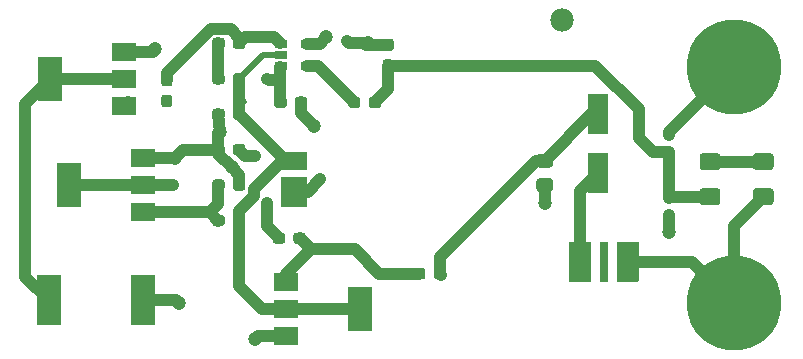
<source format=gbr>
G04 #@! TF.GenerationSoftware,KiCad,Pcbnew,5.1.6+dfsg1-1*
G04 #@! TF.CreationDate,2020-07-15T23:43:31+02:00*
G04 #@! TF.ProjectId,continuity,636f6e74-696e-4756-9974-792e6b696361,rev?*
G04 #@! TF.SameCoordinates,Original*
G04 #@! TF.FileFunction,Copper,L1,Top*
G04 #@! TF.FilePolarity,Positive*
%FSLAX46Y46*%
G04 Gerber Fmt 4.6, Leading zero omitted, Abs format (unit mm)*
G04 Created by KiCad (PCBNEW 5.1.6+dfsg1-1) date 2020-07-15 23:43:31*
%MOMM*%
%LPD*%
G01*
G04 APERTURE LIST*
G04 #@! TA.AperFunction,ComponentPad*
%ADD10C,0.900000*%
G04 #@! TD*
G04 #@! TA.AperFunction,ComponentPad*
%ADD11C,8.000000*%
G04 #@! TD*
G04 #@! TA.AperFunction,ComponentPad*
%ADD12C,1.980000*%
G04 #@! TD*
G04 #@! TA.AperFunction,SMDPad,CuDef*
%ADD13R,2.000000X4.200000*%
G04 #@! TD*
G04 #@! TA.AperFunction,SMDPad,CuDef*
%ADD14R,2.000000X1.500000*%
G04 #@! TD*
G04 #@! TA.AperFunction,SMDPad,CuDef*
%ADD15R,2.000000X3.800000*%
G04 #@! TD*
G04 #@! TA.AperFunction,SMDPad,CuDef*
%ADD16R,2.200000X1.550000*%
G04 #@! TD*
G04 #@! TA.AperFunction,SMDPad,CuDef*
%ADD17R,2.200000X2.500000*%
G04 #@! TD*
G04 #@! TA.AperFunction,SMDPad,CuDef*
%ADD18R,0.800000X3.400000*%
G04 #@! TD*
G04 #@! TA.AperFunction,SMDPad,CuDef*
%ADD19C,0.100000*%
G04 #@! TD*
G04 #@! TA.AperFunction,SMDPad,CuDef*
%ADD20R,1.850000X3.400000*%
G04 #@! TD*
G04 #@! TA.AperFunction,SMDPad,CuDef*
%ADD21R,1.060000X0.650000*%
G04 #@! TD*
G04 #@! TA.AperFunction,SMDPad,CuDef*
%ADD22R,0.700000X0.600000*%
G04 #@! TD*
G04 #@! TA.AperFunction,SMDPad,CuDef*
%ADD23R,1.800000X3.500000*%
G04 #@! TD*
G04 #@! TA.AperFunction,ViaPad*
%ADD24C,1.200000*%
G04 #@! TD*
G04 #@! TA.AperFunction,ViaPad*
%ADD25C,0.800000*%
G04 #@! TD*
G04 #@! TA.AperFunction,Conductor*
%ADD26C,1.000000*%
G04 #@! TD*
G04 #@! TA.AperFunction,Conductor*
%ADD27C,0.500000*%
G04 #@! TD*
G04 APERTURE END LIST*
D10*
X155621320Y-70378680D03*
X153500000Y-69500000D03*
X151378680Y-70378680D03*
X150500000Y-72500000D03*
X151378680Y-74621320D03*
X153500000Y-75500000D03*
X155621320Y-74621320D03*
X156500000Y-72500000D03*
D11*
X153500000Y-72500000D03*
D10*
X155621320Y-90378680D03*
X153500000Y-89500000D03*
X151378680Y-90378680D03*
X150500000Y-92500000D03*
X151378680Y-94621320D03*
X153500000Y-95500000D03*
X155621320Y-94621320D03*
X156500000Y-92500000D03*
D11*
X153500000Y-92500000D03*
D12*
X138935000Y-68560000D03*
D13*
X95500000Y-92250000D03*
X103500000Y-92250000D03*
D14*
X101900000Y-75800000D03*
X101900000Y-71200000D03*
X101900000Y-73500000D03*
D15*
X95600000Y-73500000D03*
D16*
X116250000Y-80475000D03*
D17*
X116250000Y-83050000D03*
D18*
X142500000Y-89000000D03*
G04 #@! TA.AperFunction,SMDPad,CuDef*
D19*
G36*
X145450000Y-90530000D02*
G01*
X145280000Y-90700000D01*
X143600000Y-90700000D01*
X143600000Y-87300000D01*
X145450000Y-87300000D01*
X145450000Y-90530000D01*
G37*
G04 #@! TD.AperFunction*
D20*
X140475000Y-89000000D03*
G04 #@! TA.AperFunction,SMDPad,CuDef*
G36*
G01*
X137950001Y-81025000D02*
X137049999Y-81025000D01*
G75*
G02*
X136800000Y-80775001I0J249999D01*
G01*
X136800000Y-80124999D01*
G75*
G02*
X137049999Y-79875000I249999J0D01*
G01*
X137950001Y-79875000D01*
G75*
G02*
X138200000Y-80124999I0J-249999D01*
G01*
X138200000Y-80775001D01*
G75*
G02*
X137950001Y-81025000I-249999J0D01*
G01*
G37*
G04 #@! TD.AperFunction*
G04 #@! TA.AperFunction,SMDPad,CuDef*
G36*
G01*
X137950001Y-83075000D02*
X137049999Y-83075000D01*
G75*
G02*
X136800000Y-82825001I0J249999D01*
G01*
X136800000Y-82174999D01*
G75*
G02*
X137049999Y-81925000I249999J0D01*
G01*
X137950001Y-81925000D01*
G75*
G02*
X138200000Y-82174999I0J-249999D01*
G01*
X138200000Y-82825001D01*
G75*
G02*
X137950001Y-83075000I-249999J0D01*
G01*
G37*
G04 #@! TD.AperFunction*
G04 #@! TA.AperFunction,SMDPad,CuDef*
G36*
G01*
X152125000Y-81225000D02*
X150875000Y-81225000D01*
G75*
G02*
X150625000Y-80975000I0J250000D01*
G01*
X150625000Y-80050000D01*
G75*
G02*
X150875000Y-79800000I250000J0D01*
G01*
X152125000Y-79800000D01*
G75*
G02*
X152375000Y-80050000I0J-250000D01*
G01*
X152375000Y-80975000D01*
G75*
G02*
X152125000Y-81225000I-250000J0D01*
G01*
G37*
G04 #@! TD.AperFunction*
G04 #@! TA.AperFunction,SMDPad,CuDef*
G36*
G01*
X152125000Y-84200000D02*
X150875000Y-84200000D01*
G75*
G02*
X150625000Y-83950000I0J250000D01*
G01*
X150625000Y-83025000D01*
G75*
G02*
X150875000Y-82775000I250000J0D01*
G01*
X152125000Y-82775000D01*
G75*
G02*
X152375000Y-83025000I0J-250000D01*
G01*
X152375000Y-83950000D01*
G75*
G02*
X152125000Y-84200000I-250000J0D01*
G01*
G37*
G04 #@! TD.AperFunction*
G04 #@! TA.AperFunction,SMDPad,CuDef*
G36*
G01*
X155375000Y-82775000D02*
X156625000Y-82775000D01*
G75*
G02*
X156875000Y-83025000I0J-250000D01*
G01*
X156875000Y-83950000D01*
G75*
G02*
X156625000Y-84200000I-250000J0D01*
G01*
X155375000Y-84200000D01*
G75*
G02*
X155125000Y-83950000I0J250000D01*
G01*
X155125000Y-83025000D01*
G75*
G02*
X155375000Y-82775000I250000J0D01*
G01*
G37*
G04 #@! TD.AperFunction*
G04 #@! TA.AperFunction,SMDPad,CuDef*
G36*
G01*
X155375000Y-79800000D02*
X156625000Y-79800000D01*
G75*
G02*
X156875000Y-80050000I0J-250000D01*
G01*
X156875000Y-80975000D01*
G75*
G02*
X156625000Y-81225000I-250000J0D01*
G01*
X155375000Y-81225000D01*
G75*
G02*
X155125000Y-80975000I0J250000D01*
G01*
X155125000Y-80050000D01*
G75*
G02*
X155375000Y-79800000I250000J0D01*
G01*
G37*
G04 #@! TD.AperFunction*
D21*
X117350000Y-70550000D03*
X117350000Y-72450000D03*
X115150000Y-72450000D03*
X115150000Y-71500000D03*
X115150000Y-70550000D03*
G04 #@! TA.AperFunction,SMDPad,CuDef*
G36*
G01*
X111100000Y-70737500D02*
X111100000Y-70262500D01*
G75*
G02*
X111337500Y-70025000I237500J0D01*
G01*
X111912500Y-70025000D01*
G75*
G02*
X112150000Y-70262500I0J-237500D01*
G01*
X112150000Y-70737500D01*
G75*
G02*
X111912500Y-70975000I-237500J0D01*
G01*
X111337500Y-70975000D01*
G75*
G02*
X111100000Y-70737500I0J237500D01*
G01*
G37*
G04 #@! TD.AperFunction*
G04 #@! TA.AperFunction,SMDPad,CuDef*
G36*
G01*
X109350000Y-70737500D02*
X109350000Y-70262500D01*
G75*
G02*
X109587500Y-70025000I237500J0D01*
G01*
X110162500Y-70025000D01*
G75*
G02*
X110400000Y-70262500I0J-237500D01*
G01*
X110400000Y-70737500D01*
G75*
G02*
X110162500Y-70975000I-237500J0D01*
G01*
X109587500Y-70975000D01*
G75*
G02*
X109350000Y-70737500I0J237500D01*
G01*
G37*
G04 #@! TD.AperFunction*
G04 #@! TA.AperFunction,SMDPad,CuDef*
G36*
G01*
X115650000Y-75262500D02*
X115650000Y-75737500D01*
G75*
G02*
X115412500Y-75975000I-237500J0D01*
G01*
X114837500Y-75975000D01*
G75*
G02*
X114600000Y-75737500I0J237500D01*
G01*
X114600000Y-75262500D01*
G75*
G02*
X114837500Y-75025000I237500J0D01*
G01*
X115412500Y-75025000D01*
G75*
G02*
X115650000Y-75262500I0J-237500D01*
G01*
G37*
G04 #@! TD.AperFunction*
G04 #@! TA.AperFunction,SMDPad,CuDef*
G36*
G01*
X117400000Y-75262500D02*
X117400000Y-75737500D01*
G75*
G02*
X117162500Y-75975000I-237500J0D01*
G01*
X116587500Y-75975000D01*
G75*
G02*
X116350000Y-75737500I0J237500D01*
G01*
X116350000Y-75262500D01*
G75*
G02*
X116587500Y-75025000I237500J0D01*
G01*
X117162500Y-75025000D01*
G75*
G02*
X117400000Y-75262500I0J-237500D01*
G01*
G37*
G04 #@! TD.AperFunction*
G04 #@! TA.AperFunction,SMDPad,CuDef*
G36*
G01*
X122600000Y-75737500D02*
X122600000Y-75262500D01*
G75*
G02*
X122837500Y-75025000I237500J0D01*
G01*
X123412500Y-75025000D01*
G75*
G02*
X123650000Y-75262500I0J-237500D01*
G01*
X123650000Y-75737500D01*
G75*
G02*
X123412500Y-75975000I-237500J0D01*
G01*
X122837500Y-75975000D01*
G75*
G02*
X122600000Y-75737500I0J237500D01*
G01*
G37*
G04 #@! TD.AperFunction*
G04 #@! TA.AperFunction,SMDPad,CuDef*
G36*
G01*
X120850000Y-75737500D02*
X120850000Y-75262500D01*
G75*
G02*
X121087500Y-75025000I237500J0D01*
G01*
X121662500Y-75025000D01*
G75*
G02*
X121900000Y-75262500I0J-237500D01*
G01*
X121900000Y-75737500D01*
G75*
G02*
X121662500Y-75975000I-237500J0D01*
G01*
X121087500Y-75975000D01*
G75*
G02*
X120850000Y-75737500I0J237500D01*
G01*
G37*
G04 #@! TD.AperFunction*
G04 #@! TA.AperFunction,SMDPad,CuDef*
G36*
G01*
X111100000Y-73737500D02*
X111100000Y-73262500D01*
G75*
G02*
X111337500Y-73025000I237500J0D01*
G01*
X111912500Y-73025000D01*
G75*
G02*
X112150000Y-73262500I0J-237500D01*
G01*
X112150000Y-73737500D01*
G75*
G02*
X111912500Y-73975000I-237500J0D01*
G01*
X111337500Y-73975000D01*
G75*
G02*
X111100000Y-73737500I0J237500D01*
G01*
G37*
G04 #@! TD.AperFunction*
G04 #@! TA.AperFunction,SMDPad,CuDef*
G36*
G01*
X109350000Y-73737500D02*
X109350000Y-73262500D01*
G75*
G02*
X109587500Y-73025000I237500J0D01*
G01*
X110162500Y-73025000D01*
G75*
G02*
X110400000Y-73262500I0J-237500D01*
G01*
X110400000Y-73737500D01*
G75*
G02*
X110162500Y-73975000I-237500J0D01*
G01*
X109587500Y-73975000D01*
G75*
G02*
X109350000Y-73737500I0J237500D01*
G01*
G37*
G04 #@! TD.AperFunction*
G04 #@! TA.AperFunction,SMDPad,CuDef*
G36*
G01*
X105262500Y-74850000D02*
X105737500Y-74850000D01*
G75*
G02*
X105975000Y-75087500I0J-237500D01*
G01*
X105975000Y-75662500D01*
G75*
G02*
X105737500Y-75900000I-237500J0D01*
G01*
X105262500Y-75900000D01*
G75*
G02*
X105025000Y-75662500I0J237500D01*
G01*
X105025000Y-75087500D01*
G75*
G02*
X105262500Y-74850000I237500J0D01*
G01*
G37*
G04 #@! TD.AperFunction*
G04 #@! TA.AperFunction,SMDPad,CuDef*
G36*
G01*
X105262500Y-73100000D02*
X105737500Y-73100000D01*
G75*
G02*
X105975000Y-73337500I0J-237500D01*
G01*
X105975000Y-73912500D01*
G75*
G02*
X105737500Y-74150000I-237500J0D01*
G01*
X105262500Y-74150000D01*
G75*
G02*
X105025000Y-73912500I0J237500D01*
G01*
X105025000Y-73337500D01*
G75*
G02*
X105262500Y-73100000I237500J0D01*
G01*
G37*
G04 #@! TD.AperFunction*
G04 #@! TA.AperFunction,SMDPad,CuDef*
G36*
G01*
X111100000Y-82737500D02*
X111100000Y-82262500D01*
G75*
G02*
X111337500Y-82025000I237500J0D01*
G01*
X111912500Y-82025000D01*
G75*
G02*
X112150000Y-82262500I0J-237500D01*
G01*
X112150000Y-82737500D01*
G75*
G02*
X111912500Y-82975000I-237500J0D01*
G01*
X111337500Y-82975000D01*
G75*
G02*
X111100000Y-82737500I0J237500D01*
G01*
G37*
G04 #@! TD.AperFunction*
G04 #@! TA.AperFunction,SMDPad,CuDef*
G36*
G01*
X109350000Y-82737500D02*
X109350000Y-82262500D01*
G75*
G02*
X109587500Y-82025000I237500J0D01*
G01*
X110162500Y-82025000D01*
G75*
G02*
X110400000Y-82262500I0J-237500D01*
G01*
X110400000Y-82737500D01*
G75*
G02*
X110162500Y-82975000I-237500J0D01*
G01*
X109587500Y-82975000D01*
G75*
G02*
X109350000Y-82737500I0J237500D01*
G01*
G37*
G04 #@! TD.AperFunction*
G04 #@! TA.AperFunction,SMDPad,CuDef*
G36*
G01*
X111100000Y-79737500D02*
X111100000Y-79262500D01*
G75*
G02*
X111337500Y-79025000I237500J0D01*
G01*
X111912500Y-79025000D01*
G75*
G02*
X112150000Y-79262500I0J-237500D01*
G01*
X112150000Y-79737500D01*
G75*
G02*
X111912500Y-79975000I-237500J0D01*
G01*
X111337500Y-79975000D01*
G75*
G02*
X111100000Y-79737500I0J237500D01*
G01*
G37*
G04 #@! TD.AperFunction*
G04 #@! TA.AperFunction,SMDPad,CuDef*
G36*
G01*
X109350000Y-79737500D02*
X109350000Y-79262500D01*
G75*
G02*
X109587500Y-79025000I237500J0D01*
G01*
X110162500Y-79025000D01*
G75*
G02*
X110400000Y-79262500I0J-237500D01*
G01*
X110400000Y-79737500D01*
G75*
G02*
X110162500Y-79975000I-237500J0D01*
G01*
X109587500Y-79975000D01*
G75*
G02*
X109350000Y-79737500I0J237500D01*
G01*
G37*
G04 #@! TD.AperFunction*
G04 #@! TA.AperFunction,SMDPad,CuDef*
G36*
G01*
X111100000Y-85737500D02*
X111100000Y-85262500D01*
G75*
G02*
X111337500Y-85025000I237500J0D01*
G01*
X111912500Y-85025000D01*
G75*
G02*
X112150000Y-85262500I0J-237500D01*
G01*
X112150000Y-85737500D01*
G75*
G02*
X111912500Y-85975000I-237500J0D01*
G01*
X111337500Y-85975000D01*
G75*
G02*
X111100000Y-85737500I0J237500D01*
G01*
G37*
G04 #@! TD.AperFunction*
G04 #@! TA.AperFunction,SMDPad,CuDef*
G36*
G01*
X109350000Y-85737500D02*
X109350000Y-85262500D01*
G75*
G02*
X109587500Y-85025000I237500J0D01*
G01*
X110162500Y-85025000D01*
G75*
G02*
X110400000Y-85262500I0J-237500D01*
G01*
X110400000Y-85737500D01*
G75*
G02*
X110162500Y-85975000I-237500J0D01*
G01*
X109587500Y-85975000D01*
G75*
G02*
X109350000Y-85737500I0J237500D01*
G01*
G37*
G04 #@! TD.AperFunction*
G04 #@! TA.AperFunction,SMDPad,CuDef*
G36*
G01*
X116225000Y-87237500D02*
X116225000Y-86762500D01*
G75*
G02*
X116462500Y-86525000I237500J0D01*
G01*
X117037500Y-86525000D01*
G75*
G02*
X117275000Y-86762500I0J-237500D01*
G01*
X117275000Y-87237500D01*
G75*
G02*
X117037500Y-87475000I-237500J0D01*
G01*
X116462500Y-87475000D01*
G75*
G02*
X116225000Y-87237500I0J237500D01*
G01*
G37*
G04 #@! TD.AperFunction*
G04 #@! TA.AperFunction,SMDPad,CuDef*
G36*
G01*
X114475000Y-87237500D02*
X114475000Y-86762500D01*
G75*
G02*
X114712500Y-86525000I237500J0D01*
G01*
X115287500Y-86525000D01*
G75*
G02*
X115525000Y-86762500I0J-237500D01*
G01*
X115525000Y-87237500D01*
G75*
G02*
X115287500Y-87475000I-237500J0D01*
G01*
X114712500Y-87475000D01*
G75*
G02*
X114475000Y-87237500I0J237500D01*
G01*
G37*
G04 #@! TD.AperFunction*
G04 #@! TA.AperFunction,SMDPad,CuDef*
G36*
G01*
X128100000Y-90237500D02*
X128100000Y-89762500D01*
G75*
G02*
X128337500Y-89525000I237500J0D01*
G01*
X128912500Y-89525000D01*
G75*
G02*
X129150000Y-89762500I0J-237500D01*
G01*
X129150000Y-90237500D01*
G75*
G02*
X128912500Y-90475000I-237500J0D01*
G01*
X128337500Y-90475000D01*
G75*
G02*
X128100000Y-90237500I0J237500D01*
G01*
G37*
G04 #@! TD.AperFunction*
G04 #@! TA.AperFunction,SMDPad,CuDef*
G36*
G01*
X126350000Y-90237500D02*
X126350000Y-89762500D01*
G75*
G02*
X126587500Y-89525000I237500J0D01*
G01*
X127162500Y-89525000D01*
G75*
G02*
X127400000Y-89762500I0J-237500D01*
G01*
X127400000Y-90237500D01*
G75*
G02*
X127162500Y-90475000I-237500J0D01*
G01*
X126587500Y-90475000D01*
G75*
G02*
X126350000Y-90237500I0J237500D01*
G01*
G37*
G04 #@! TD.AperFunction*
D14*
X103500000Y-84800000D03*
X103500000Y-80200000D03*
X103500000Y-82500000D03*
D15*
X97200000Y-82500000D03*
D14*
X115600000Y-90700000D03*
X115600000Y-95300000D03*
X115600000Y-93000000D03*
D15*
X121900000Y-93000000D03*
D22*
X148000000Y-79700000D03*
X148000000Y-78300000D03*
X148000000Y-85000000D03*
X148000000Y-83600000D03*
D23*
X142000000Y-76500000D03*
X142000000Y-81500000D03*
G04 #@! TA.AperFunction,SMDPad,CuDef*
G36*
G01*
X124487500Y-71150000D02*
X124012500Y-71150000D01*
G75*
G02*
X123775000Y-70912500I0J237500D01*
G01*
X123775000Y-70337500D01*
G75*
G02*
X124012500Y-70100000I237500J0D01*
G01*
X124487500Y-70100000D01*
G75*
G02*
X124725000Y-70337500I0J-237500D01*
G01*
X124725000Y-70912500D01*
G75*
G02*
X124487500Y-71150000I-237500J0D01*
G01*
G37*
G04 #@! TD.AperFunction*
G04 #@! TA.AperFunction,SMDPad,CuDef*
G36*
G01*
X124487500Y-72900000D02*
X124012500Y-72900000D01*
G75*
G02*
X123775000Y-72662500I0J237500D01*
G01*
X123775000Y-72087500D01*
G75*
G02*
X124012500Y-71850000I237500J0D01*
G01*
X124487500Y-71850000D01*
G75*
G02*
X124725000Y-72087500I0J-237500D01*
G01*
X124725000Y-72662500D01*
G75*
G02*
X124487500Y-72900000I-237500J0D01*
G01*
G37*
G04 #@! TD.AperFunction*
G04 #@! TA.AperFunction,SMDPad,CuDef*
G36*
G01*
X110400000Y-76262500D02*
X110400000Y-76737500D01*
G75*
G02*
X110162500Y-76975000I-237500J0D01*
G01*
X109587500Y-76975000D01*
G75*
G02*
X109350000Y-76737500I0J237500D01*
G01*
X109350000Y-76262500D01*
G75*
G02*
X109587500Y-76025000I237500J0D01*
G01*
X110162500Y-76025000D01*
G75*
G02*
X110400000Y-76262500I0J-237500D01*
G01*
G37*
G04 #@! TD.AperFunction*
G04 #@! TA.AperFunction,SMDPad,CuDef*
G36*
G01*
X112150000Y-76262500D02*
X112150000Y-76737500D01*
G75*
G02*
X111912500Y-76975000I-237500J0D01*
G01*
X111337500Y-76975000D01*
G75*
G02*
X111100000Y-76737500I0J237500D01*
G01*
X111100000Y-76262500D01*
G75*
G02*
X111337500Y-76025000I237500J0D01*
G01*
X111912500Y-76025000D01*
G75*
G02*
X112150000Y-76262500I0J-237500D01*
G01*
G37*
G04 #@! TD.AperFunction*
D24*
X111000000Y-81000000D03*
X110000000Y-78000000D03*
X104500000Y-71000000D03*
X122500000Y-70500000D03*
X119000000Y-70000000D03*
X106200000Y-80200004D03*
X118000000Y-77500000D03*
D25*
X118500000Y-82000000D03*
X113000000Y-80000000D03*
X114000000Y-84000000D03*
X106000000Y-82500000D03*
X114000000Y-73500000D03*
X109875000Y-71875000D03*
D24*
X106500000Y-92500000D03*
X113000000Y-95500000D03*
X148000000Y-86500000D03*
X137500000Y-84000000D03*
D26*
X111625000Y-81625000D02*
X111000000Y-81000000D01*
X111625000Y-82500000D02*
X111625000Y-81625000D01*
X109875000Y-79875000D02*
X111000000Y-81000000D01*
X109875000Y-79500000D02*
X109875000Y-79875000D01*
X109875000Y-78125000D02*
X110000000Y-78000000D01*
X110000000Y-78000000D02*
X109875000Y-76500000D01*
X109875000Y-79500000D02*
X109875000Y-78125000D01*
X104300000Y-71200000D02*
X104500000Y-71000000D01*
X101900000Y-71200000D02*
X104300000Y-71200000D01*
X122375000Y-70625000D02*
X122500000Y-70500000D01*
X124250000Y-70625000D02*
X122375000Y-70625000D01*
X120950000Y-70500000D02*
X120750000Y-70300000D01*
X122500000Y-70500000D02*
X120950000Y-70500000D01*
X118450000Y-70550000D02*
X119000000Y-70000000D01*
X117350000Y-70550000D02*
X118450000Y-70550000D01*
X103500000Y-80200000D02*
X106199996Y-80200000D01*
X106199996Y-80200000D02*
X106200000Y-80200004D01*
X109875000Y-79500000D02*
X106900004Y-79500000D01*
X106900004Y-79500000D02*
X106200000Y-80200004D01*
X116875000Y-76375000D02*
X118000000Y-77500000D01*
X116875000Y-75500000D02*
X116875000Y-76375000D01*
X148000000Y-78000000D02*
X153500000Y-72500000D01*
X148000000Y-78300000D02*
X148000000Y-78000000D01*
X124250000Y-74375000D02*
X123125000Y-75500000D01*
X124250000Y-72375000D02*
X124250000Y-74375000D01*
X148112500Y-83487500D02*
X148000000Y-83600000D01*
X151500000Y-83487500D02*
X148112500Y-83487500D01*
X148000000Y-83600000D02*
X148000000Y-79700000D01*
X146650000Y-79700000D02*
X145500000Y-78550000D01*
X148000000Y-79700000D02*
X146650000Y-79700000D01*
X141785002Y-72375000D02*
X124250000Y-72375000D01*
X145500000Y-76089998D02*
X141785002Y-72375000D01*
X145500000Y-78550000D02*
X145500000Y-76089998D01*
X117450000Y-83050000D02*
X118500000Y-82000000D01*
X116250000Y-83050000D02*
X117450000Y-83050000D01*
X112125000Y-80000000D02*
X111625000Y-79500000D01*
X113000000Y-80000000D02*
X112125000Y-80000000D01*
X128750000Y-90125000D02*
X128625000Y-90000000D01*
X128625000Y-89525000D02*
X128625000Y-90000000D01*
X142000000Y-76500000D02*
X142000000Y-77350000D01*
X141450000Y-76500000D02*
X137500000Y-80450000D01*
X142000000Y-76500000D02*
X141450000Y-76500000D01*
X128625000Y-88625000D02*
X128625000Y-90000000D01*
X136800000Y-80450000D02*
X128625000Y-88625000D01*
X137500000Y-80450000D02*
X136800000Y-80450000D01*
X140475000Y-83025000D02*
X142000000Y-81500000D01*
X140475000Y-89000000D02*
X140475000Y-83025000D01*
X153500000Y-85987500D02*
X156000000Y-83487500D01*
X153500000Y-92500000D02*
X153500000Y-85987500D01*
X150000000Y-89000000D02*
X153500000Y-92500000D01*
X144525000Y-89000000D02*
X150000000Y-89000000D01*
X101900000Y-73500000D02*
X95600000Y-73500000D01*
X93500000Y-75600000D02*
X95600000Y-73500000D01*
X93500000Y-90250000D02*
X93500000Y-75600000D01*
X95500000Y-92250000D02*
X93500000Y-90250000D01*
X117700001Y-87950001D02*
X121450001Y-87950001D01*
X116750000Y-87000000D02*
X117700001Y-87950001D01*
X123500000Y-90000000D02*
X126875000Y-90000000D01*
X121450001Y-87950001D02*
X123500000Y-90000000D01*
X115600000Y-90050002D02*
X117700001Y-87950001D01*
X115600000Y-90700000D02*
X115600000Y-90050002D01*
X109175000Y-84800000D02*
X109875000Y-85500000D01*
X103500000Y-84800000D02*
X109175000Y-84800000D01*
X109875000Y-84100000D02*
X109175000Y-84800000D01*
X109875000Y-82500000D02*
X109875000Y-84100000D01*
X114000000Y-86000000D02*
X114000000Y-84000000D01*
X115000000Y-87000000D02*
X114000000Y-86000000D01*
X97200000Y-82500000D02*
X106000000Y-82500000D01*
X102200000Y-75500000D02*
X101900000Y-75800000D01*
X111625000Y-70500000D02*
X112125000Y-70000000D01*
X114600000Y-70000000D02*
X115074999Y-70474999D01*
X112125000Y-70000000D02*
X114600000Y-70000000D01*
X105500000Y-73000000D02*
X105500000Y-73625000D01*
X108649990Y-69874170D02*
X108625830Y-69874170D01*
X109224170Y-69299990D02*
X108649990Y-69874170D01*
X108625830Y-69874170D02*
X105500000Y-73000000D01*
X110899990Y-69299990D02*
X109224170Y-69299990D01*
X111625000Y-70025000D02*
X110899990Y-69299990D01*
X111625000Y-70500000D02*
X111625000Y-70025000D01*
X115125000Y-73625000D02*
X114125000Y-73625000D01*
X114125000Y-73625000D02*
X114000000Y-73500000D01*
X115125000Y-75500000D02*
X115125000Y-73625000D01*
X115125000Y-73625000D02*
X115125000Y-72525001D01*
X109875000Y-71875000D02*
X109875000Y-70500000D01*
X109875000Y-73500000D02*
X109875000Y-71875000D01*
X156000000Y-80512500D02*
X151500000Y-80512500D01*
X118325000Y-72450000D02*
X121375000Y-75500000D01*
X117350000Y-72450000D02*
X118325000Y-72450000D01*
X106250000Y-92250000D02*
X106500000Y-92500000D01*
X103500000Y-92250000D02*
X106250000Y-92250000D01*
X113200000Y-95300000D02*
X113000000Y-95500000D01*
X115600000Y-95300000D02*
X113200000Y-95300000D01*
X148000000Y-85000000D02*
X148000000Y-86500000D01*
X137500000Y-82500000D02*
X137500000Y-84000000D01*
X121900000Y-93000000D02*
X115600000Y-93000000D01*
X111625000Y-91025000D02*
X111625000Y-85500000D01*
X113600000Y-93000000D02*
X111625000Y-91025000D01*
X115600000Y-93000000D02*
X113600000Y-93000000D01*
D27*
X112000000Y-75500000D02*
X111625000Y-75125000D01*
D26*
X111625000Y-75125000D02*
X111625000Y-76500000D01*
X111625000Y-73500000D02*
X111625000Y-75125000D01*
X115600000Y-80475000D02*
X111625000Y-76500000D01*
X116250000Y-80475000D02*
X115600000Y-80475000D01*
X111625000Y-85500000D02*
X111625000Y-84677929D01*
X111625000Y-84677929D02*
X112850010Y-83452919D01*
X112850010Y-83452919D02*
X112850010Y-82839988D01*
X112850010Y-82839988D02*
X115214998Y-80475000D01*
X115214998Y-80475000D02*
X116250000Y-80475000D01*
D27*
X113625000Y-71500000D02*
X111625000Y-73500000D01*
X115150000Y-71500000D02*
X113625000Y-71500000D01*
M02*

</source>
